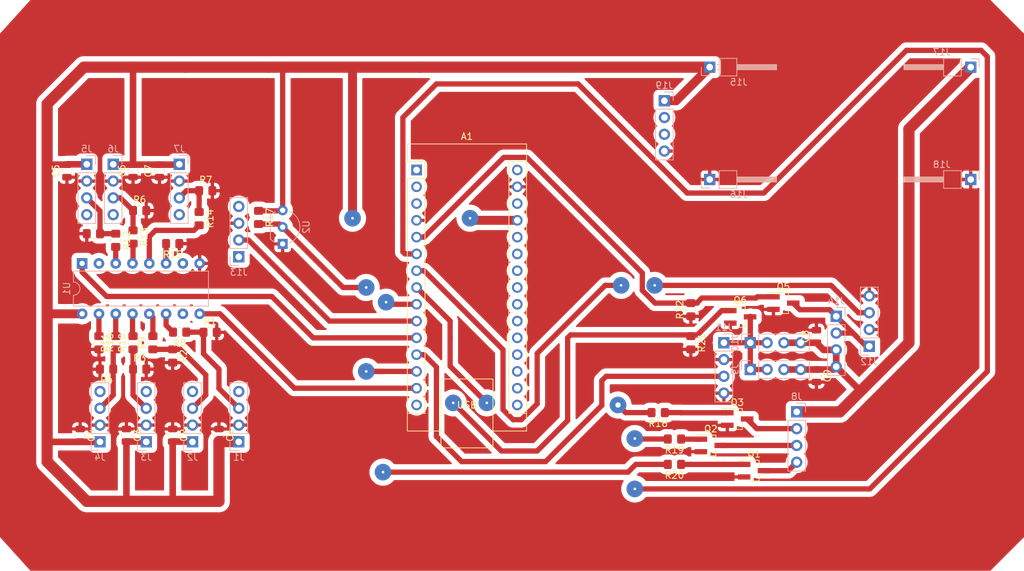
<source format=kicad_pcb>
(kicad_pcb (version 20221018) (generator pcbnew)
  (layers (0 "F.Cu" signal) (31 "B.Cu" signal) (34 "B.Paste" user) (35 "F.Paste" user) (36 "B.SilkS" user "B.Silkscreen") (37 "F.SilkS" user "F.Silkscreen") (38 "B.Mask" user) (39 "F.Mask" user) (44 "Edge.Cuts" user))
  (net 0 "")
  (net 1 "+5V")
  (net 2 "/Sens1")
  (net 3 "GND")
  (net 5 "/Sens2")
  (net 7 "/Sens3")
  (net 9 "/Sens4")
  (net 11 "/Sens5")
  (net 13 "/Sens6")
  (net 15 "/Sens7")
  (net 17 "+12V")
  (net 18 "/LED_G")
  (net 19 "/LED_R")
  (net 20 "/LED_B")
  (net 21 "M1")
  (net 22 "But_on")
  (net 23 "Solenoid_sliv")
  (net 24 "But_rev")
  (net 26 "Stop")
  (net 28 "Net-(Q1-G)")
  (net 29 "Net-(Q2-G)")
  (net 30 "Net-(Q3-G)")
  (net 31 "Net-(U1-D0)")
  (net 32 "Net-(U1-D1)")
  (net 33 "Net-(U1-D2)")
  (net 34 "Net-(U1-D3)")
  (net 35 "Net-(U1-D4)")
  (net 36 "Net-(U1-D5)")
  (net 37 "Net-(U1-D6)")
  (net 38 "Net-(U1-D7)")
  (net 39 "Net-(U1-~{CE})")
  (net 40 "DS18_PIN")
  (net 41 "LED_G_EN")
  (net 42 "LED_R_EN")
  (net 43 "LED_B_EN")
  (net 44 "Motor")
  (net 45 "Sliv")
  (net 46 "Latch")
  (net 47 "CLK")
  (net 49 "MISO")
  (net 51 "Net-(J19-Pin_2)")
  (net 52 "Net-(J19-Pin_3)")
  (net 56 "SCK")
  (footprint "Capacitor_SMD:C_0805_2012Metric" (layer "F.Cu") (at 51.53 78.56 -90)
    (fp_text reference "C2")
    (fp_text value "1мкФх25В")
  )
  (footprint "Resistor_SMD:R_0805_2012Metric_Pad1.20x1.40mm_HandSolder" (layer "F.Cu") (at 45.53 48.56 -90)
    (fp_text reference "R13")
    (fp_text value "1k")
  )
  (footprint "Resistor_SMD:R_0805_2012Metric_Pad1.20x1.40mm_HandSolder" (layer "F.Cu") (at 40.371608 64.56 -90)
    (fp_text reference "R16")
    (fp_text value "1k")
  )
  (footprint "Resistor_SMD:R_0805_2012Metric_Pad1.20x1.40mm_HandSolder" (layer "F.Cu") (at 124.99 75.130219 180)
    (fp_text reference "R18")
    (fp_text value "910")
  )
  (footprint "Package_TO_SOT_SMD:SOT-23_Handsoldering" (layer "F.Cu") (at 136.95 76.1)
    (fp_text reference "Q3")
    (fp_text value "IRLML2502")
  )
  (footprint "Capacitor_SMD:C_0805_2012Metric" (layer "F.Cu") (at 45.53 38.56 90)
    (fp_text reference "C6")
    (fp_text value "1мкФх25В")
  )
  (footprint "Resistor_SMD:R_0805_2012Metric_Pad1.20x1.40mm_HandSolder" (layer "F.Cu") (at 46.53 44.56)
    (fp_text reference "R6")
    (fp_text value "10k")
  )
  (footprint "Package_TO_SOT_SMD:SOT-23_Handsoldering" (layer "F.Cu") (at 137.397527 60.64536)
    (fp_text reference "Q6")
    (fp_text value "IRLML2502")
  )
  (footprint "Capacitor_SMD:C_0805_2012Metric" (layer "F.Cu") (at 49.53 38.56 90)
    (fp_text reference "C7")
    (fp_text value "1мкФх25В")
  )
  (footprint "Resistor_SMD:R_0805_2012Metric_Pad1.20x1.40mm_HandSolder" (layer "F.Cu") (at 52.579621 62.956971 180)
    (fp_text reference "R8")
    (fp_text value "1k")
  )
  (footprint "Module:Arduino_Nano" (layer "F.Cu") (at 88.43 38.42)
    (fp_text reference "A1")
    (fp_text value "Arduino_Nano_v3.x")
  )
  (footprint "Resistor_SMD:R_0805_2012Metric_Pad1.20x1.40mm_HandSolder" (layer "F.Cu") (at 45.53 64.56 90)
    (fp_text reference "R10")
    (fp_text value "1k")
  )
  (footprint "Resistor_SMD:R_0805_2012Metric_Pad1.20x1.40mm_HandSolder" (layer "F.Cu") (at 42.907631 49.06 -90)
    (fp_text reference "R12")
    (fp_text value "1k")
  )
  (footprint "Capacitor_SMD:C_0805_2012Metric" (layer "F.Cu") (at 148.93 63.61 90)
    (fp_text reference "C8")
    (fp_text value "1мкФх25В")
  )
  (footprint "Resistor_SMD:R_0805_2012Metric_Pad1.20x1.40mm_HandSolder" (layer "F.Cu") (at 127.45 79.130219 180)
    (fp_text reference "R19")
    (fp_text value "910")
  )
  (footprint "Resistor_SMD:R_0805_2012Metric_Pad1.20x1.40mm_HandSolder" (layer "F.Cu") (at 55.53 45.78 -90)
    (fp_text reference "R14")
    (fp_text value "1k")
  )
  (footprint "Resistor_SMD:R_0805_2012Metric_Pad1.20x1.40mm_HandSolder" (layer "F.Cu") (at 46.53 68.56)
    (fp_text reference "R3")
    (fp_text value "10k")
  )
  (footprint "Capacitor_SMD:C_0805_2012Metric" (layer "F.Cu") (at 58.53 78.56 -90)
    (fp_text reference "C1")
    (fp_text value "1мкФх25В")
  )
  (footprint "Resistor_SMD:R_0805_2012Metric_Pad1.20x1.40mm_HandSolder" (layer "F.Cu") (at 41.53 68.56 180)
    (fp_text reference "R4")
    (fp_text value "10k")
  )
  (footprint "Package_TO_SOT_SMD:SOT-23_Handsoldering" (layer "F.Cu") (at 132.95 80.1)
    (fp_text reference "Q2")
    (fp_text value "IRLML2502")
  )
  (footprint "Resistor_SMD:R_0805_2012Metric_Pad1.20x1.40mm_HandSolder" (layer "F.Cu") (at 42.926971 64.56 90)
    (fp_text reference "R11")
    (fp_text value "1k")
  )
  (footprint "Resistor_SMD:R_0805_2012Metric_Pad1.20x1.40mm_HandSolder" (layer "F.Cu") (at 39.53 48.06 180)
    (fp_text reference "R5" hide)
    (fp_text value "10k")
  )
  (footprint "Resistor_SMD:R_0805_2012Metric_Pad1.20x1.40mm_HandSolder" (layer "F.Cu") (at 48.53 64.56 90)
    (fp_text reference "R9")
    (fp_text value "1k")
  )
  (footprint "Resistor_SMD:R_0805_2012Metric_Pad1.20x1.40mm_HandSolder" (layer "F.Cu") (at 51.53 66.56 -90)
    (fp_text reference "R2")
    (fp_text value "10k")
  )
  (footprint "Capacitor_SMD:C_0805_2012Metric" (layer "F.Cu") (at 148.93 69.56 -90)
    (fp_text reference "C9")
    (fp_text value "1мкФх25В")
  )
  (footprint "Resistor_SMD:R_0805_2012Metric_Pad1.20x1.40mm_HandSolder" (layer "F.Cu") (at 129.93 59.56 90)
    (fp_text reference "R22")
    (fp_text value "910")
  )
  (footprint "Resistor_SMD:R_0805_2012Metric_Pad1.20x1.40mm_HandSolder" (layer "F.Cu") (at 57.19442 62.981782)
    (fp_text reference "R1")
    (fp_text value "10k")
  )
  (footprint "Resistor_SMD:R_0805_2012Metric_Pad1.20x1.40mm_HandSolder" (layer "F.Cu") (at 127.45 82.965641 180)
    (fp_text reference "R20")
    (fp_text value "910")
  )
  (footprint "Resistor_SMD:R_0805_2012Metric_Pad1.20x1.40mm_HandSolder" (layer "F.Cu") (at 51.53 49.56 180)
    (fp_text reference "R15")
    (fp_text value "10k")
  )
  (footprint "Package_TO_SOT_SMD:SOT-23_Handsoldering" (layer "F.Cu") (at 139.500015 83.915575)
    (fp_text reference "Q1")
    (fp_text value "IRLML2502")
  )
  (footprint "Resistor_SMD:R_0805_2012Metric_Pad1.20x1.40mm_HandSolder" (layer "F.Cu") (at 129.93 64.56 -90)
    (fp_text reference "R21")
    (fp_text value "910")
  )
  (footprint "Resistor_SMD:R_0805_2012Metric_Pad1.20x1.40mm_HandSolder" (layer "F.Cu") (at 64.53 45.6 -90)
    (fp_text reference "R17")
    (fp_text value "4.7k")
  )
  (footprint "Capacitor_SMD:C_0805_2012Metric" (layer "F.Cu") (at 35.53 38.56 90)
    (fp_text reference "C5")
    (fp_text value "1мкФх25В")
  )
  (footprint "Resistor_SMD:R_0805_2012Metric_Pad1.20x1.40mm_HandSolder" (layer "F.Cu") (at 56.53 41.56)
    (fp_text reference "R7")
    (fp_text value "10k")
  )
  (footprint "Capacitor_SMD:C_0805_2012Metric" (layer "F.Cu") (at 44.53 78.56 -90)
    (fp_text reference "C3")
    (fp_text value "1мкФх25В")
  )
  (footprint "Package_TO_SOT_SMD:SOT-23_Handsoldering" (layer "F.Cu") (at 143.93 58.56)
    (fp_text reference "Q5")
    (fp_text value "IRLML2502")
  )
  (footprint "Capacitor_SMD:C_0805_2012Metric" (layer "F.Cu") (at 37.53 78.56 -90)
    (fp_text reference "C4")
    (fp_text value "1мкФх25В")
  )
  (footprint "Connector_PinHeader_2.54mm:PinHeader_1x01_P2.54mm_Horizontal" (layer "B.Cu") (at 172.285 39.86 180)
    (fp_text reference "J18")
    (fp_text value "Gnd")
  )
  (footprint "Connector_PinHeader_2.54mm:PinHeader_1x04_P2.54mm_Vertical" (layer "B.Cu") (at 42.53 37.56 180)
    (fp_text reference "J6")
    (fp_text value "Sensor6")
  )
  (footprint "Connector_PinHeader_2.54mm:PinHeader_1x04_P2.54mm_Vertical" (layer "B.Cu") (at 47.53 79.56)
    (fp_text reference "J3")
    (fp_text value "Sensor3")
  )
  (footprint "Connector_PinHeader_2.54mm:PinHeader_1x01_P2.54mm_Horizontal" (layer "B.Cu") (at 172.285 22.86 180)
    (fp_text reference "J17")
    (fp_text value "Conn_in")
  )
  (footprint "Connector_PinHeader_2.54mm:PinHeader_1x04_P2.54mm_Vertical" (layer "B.Cu") (at 151.93 60.56 180)
    (fp_text reference "J14")
    (fp_text value "Conn_3")
  )
  (footprint "Connector_PinHeader_2.54mm:PinHeader_1x04_P2.54mm_Vertical" (layer "B.Cu") (at 40.53 79.56)
    (fp_text reference "J4")
    (fp_text value "Sensor4")
  )
  (footprint "Connector_PinHeader_2.54mm:PinHeader_1x04_P2.54mm_Vertical" (layer "B.Cu") (at 38.53 37.56 180)
    (fp_text reference "J5")
    (fp_text value "Sensor5")
  )
  (footprint "Connector_PinHeader_2.54mm:PinHeader_1x04_P2.54mm_Vertical" (layer "B.Cu") (at 61.53 79.56)
    (fp_text reference "J1")
    (fp_text value "Sensor1")
  )
  (footprint "Connector_PinHeader_2.54mm:PinHeader_1x04_P2.54mm_Vertical" (layer "B.Cu") (at 54.53 79.56)
    (fp_text reference "J2")
    (fp_text value "Sensor2")
  )
  (footprint "Package_DIP:DIP-16_W7.62mm" (layer "B.Cu") (at 37.83 52.56 -90)
    (fp_text reference "U1")
    (fp_text value "74HC165")
  )
  (footprint "Connector_PinHeader_2.54mm:PinHeader_1x04_P2.54mm_Vertical" (layer "B.Cu") (at 61.53 51.56)
    (fp_text reference "J13")
    (fp_text value "Button3")
  )
  (footprint "Connector_PinHeader_2.54mm:PinHeader_1x04_P2.54mm_Vertical" (layer "B.Cu") (at 138.93 68.61 -90)
    (fp_text reference "J9")
    (fp_text value "Conn_1")
  )
  (footprint "Connector_PinHeader_2.54mm:PinHeader_1x04_P2.54mm_Vertical" (layer "B.Cu") (at 145.95 75.02 180)
    (fp_text reference "J8")
    (fp_text value "LED_Connector")
  )
  (footprint "Connector_PinHeader_2.54mm:PinHeader_1x04_P2.54mm_Vertical" (layer "B.Cu") (at 52.53 37.56 180)
    (fp_text reference "J7")
    (fp_text value "Sensor7")
  )
  (footprint "Package_TO_SOT_THT:TO-92_Inline_Wide" (layer "B.Cu") (at 68.17 49.6 90)
    (fp_text reference "U2")
    (fp_text value "DS18B20")
  )
  (footprint "Connector_PinHeader_2.54mm:PinHeader_1x04_P2.54mm_Vertical" (layer "B.Cu") (at 134.93 64.56 180)
    (fp_text reference "J11")
    (fp_text value "Button_1")
  )
  (footprint "Connector_PinHeader_2.54mm:PinHeader_1x04_P2.54mm_Vertical" (layer "B.Cu") (at 138.93 64.56 -90)
    (fp_text reference "J10")
    (fp_text value "Conn_2")
  )
  (footprint "Connector_PinHeader_2.54mm:PinHeader_1x01_P2.54mm_Horizontal" (layer "B.Cu") (at 132.785 22.86)
    (fp_text reference "J15")
    (fp_text value "Conn_out")
  )
  (footprint "Connector_PinHeader_2.54mm:PinHeader_1x01_P2.54mm_Horizontal" (layer "B.Cu") (at 132.785 39.86)
    (fp_text reference "J16")
    (fp_text value "Gnd")
  )
  (footprint "Connector_PinHeader_2.54mm:PinHeader_1x04_P2.54mm_Vertical" (layer "B.Cu") (at 125.93 27.94 180)
    (fp_text reference "J19")
    (fp_text value "USART")
  )
  (footprint "Connector_PinHeader_2.54mm:PinHeader_1x04_P2.54mm_Vertical" (layer "B.Cu") (at 156.93 65.1)
    (fp_text reference "J12")
    (fp_text value "Button_2")
  )
  (segment (start 38.53 37.56) (end 35.58 37.56) (width 1) (layer "F.Cu") (net 1))
  (segment (start 40.53 79.56) (end 32.53 79.56) (width 1) (layer "F.Cu") (net 1))
  (segment (start 132.785 22.86) (end 88.9 22.86) (width 1.7) (layer "F.Cu") (net 1))
  (segment (start 47.53 88.56) (end 51.53 88.56) (width 1.7) (layer "F.Cu") (net 1))
  (segment (start 32.53 79.56) (end 32.53 82.56) (width 1.7) (layer "F.Cu") (net 1))
  (segment (start 96.84 46.04) (end 96.52 45.72) (width 1.35) (layer "F.Cu") (net 1))
  (segment (start 32.53 60.56) (end 32.53 79.56) (width 1.7) (layer "F.Cu") (net 1))
  (segment (start 58.53 88.56) (end 58.53 79.51) (width 1.7) (layer "F.Cu") (net 1))
  (segment (start 88.9 22.86) (end 68.58 22.86) (width 1.7) (layer "F.Cu") (net 1))
  (segment (start 44.53 88.56) (end 47.53 88.56) (width 1.7) (layer "F.Cu") (net 1))
  (segment (start 32.53 28.43) (end 38.1 22.86) (width 1.7) (layer "F.Cu") (net 1))
  (segment (start 58.53 79.51) (end 61.48 79.51) (width 1.7) (layer "F.Cu") (net 1))
  (segment (start 45.72 22.86) (end 53.34 22.86) (width 1.7) (layer "F.Cu") (net 1))
  (segment (start 37.83 60.18) (end 32.91 60.18) (width 1.35) (layer "F.Cu") (net 1))
  (segment (start 73.25 22.86) (end 78.74 22.86) (width 0.8) (layer "F.Cu") (net 1))
  (segment (start 68.17 44.52) (end 68.17 23.27) (width 0.8) (layer "F.Cu") (net 1))
  (segment (start 68.09 44.6) (end 68.17 44.52) (width 0.8) (layer "F.Cu") (net 1))
  (segment (start 68.58 22.86) (end 66.04 22.86) (width 1.7) (layer "F.Cu") (net 1))
  (segment (start 51.53 79.51) (end 54.48 79.51) (width 1) (layer "F.Cu") (net 1))
  (segment (start 45.53 37.61) (end 42.58 37.61) (width 1) (layer "F.Cu") (net 1))
  (segment (start 38.53 88.56) (end 44.53 88.56) (width 1.7) (layer "F.Cu") (net 1))
  (segment (start 45.53 23.05) (end 45.72 22.86) (width 1) (layer "F.Cu") (net 1))
  (segment (start 127.705 27.94) (end 132.785 22.86) (width 1.35) (layer "F.Cu") (net 1))
  (segment (start 44.53 88.56) (end 44.53 79.51) (width 1) (layer "F.Cu") (net 1))
  (segment (start 49.53 37.61) (end 52.48 37.61) (width 1) (layer "F.Cu") (net 1))
  (segment (start 103.67 46.04) (end 96.84 46.04) (width 1.35) (layer "F.Cu") (net 1))
  (segment (start 32.53 37.56) (end 32.53 28.43) (width 1.7) (layer "F.Cu") (net 1))
  (segment (start 49.53 37.61) (end 45.53 37.61) (width 1) (layer "F.Cu") (net 1))
  (segment (start 58.53 88.56) (end 51.53 88.56) (width 1.7) (layer "F.Cu") (net 1))
  (segment (start 32.53 37.56) (end 32.58 37.61) (width 1) (layer "F.Cu") (net 1))
  (segment (start 32.53 37.56) (end 32.53 60.56) (width 1.7) (layer "F.Cu") (net 1))
  (segment (start 78.74 22.86) (end 78.74 45.72) (width 1.35) (layer "F.Cu") (net 1))
  (segment (start 66.04 22.86) (end 53.34 22.86) (width 1.7) (layer "F.Cu") (net 1))
  (segment (start 125.93 27.94) (end 127.705 27.94) (width 1.35) (layer "F.Cu") (net 1))
  (segment (start 35.09 85.12) (end 32.53 82.56) (width 1.35) (layer "F.Cu") (net 1))
  (segment (start 32.58 37.61) (end 35.53 37.61) (width 1) (layer "F.Cu") (net 1))
  (segment (start 68.17 23.27) (end 68.58 22.86) (width 0.8) (layer "F.Cu") (net 1))
  (segment (start 51.53 88.56) (end 51.53 79.51) (width 1) (layer "F.Cu") (net 1))
  (segment (start 64.53 44.6) (end 68.09 44.6) (width 0.8) (layer "F.Cu") (net 1))
  (segment (start 44.53 79.51) (end 47.48 79.51) (width 1) (layer "F.Cu") (net 1))
  (segment (start 32.53 82.56) (end 38.53 88.56) (width 1.7) (layer "F.Cu") (net 1))
  (segment (start 38.1 22.86) (end 45.72 22.86) (width 1.7) (layer "F.Cu") (net 1))
  (segment (start 45.53 37.61) (end 45.53 23.05) (width 1) (layer "F.Cu") (net 1))
  (segment (start 78.74 22.86) (end 88.9 22.86) (width 0.8) (layer "F.Cu") (net 1))
  (segment (start 32.91 60.18) (end 32.53 60.56) (width 1.35) (layer "F.Cu") (net 1))
  (via (at 96.52 45.72) (size 2.5) (drill 0.4) (layers "F.Cu" "B.Cu") (net 1))
  (via (at 78.74 45.72) (size 2.5) (drill 0.4) (layers "F.Cu" "B.Cu") (net 1))
  (segment (start 56.169609 62.956971) (end 56.19442 62.981782) (width 0.6) (layer "F.Cu") (net 2))
  (segment (start 53.579621 62.956971) (end 56.169609 62.956971) (width 0.8) (layer "F.Cu") (net 2))
  (segment (start 56.19442 66.22442) (end 58.53 68.56) (width 0.8) (layer "F.Cu") (net 2))
  (segment (start 58.53 71.48) (end 61.53 74.48) (width 0.8) (layer "F.Cu") (net 2))
  (segment (start 58.53 68.56) (end 58.53 71.48) (width 0.8) (layer "F.Cu") (net 2))
  (segment (start 56.19442 62.981782) (end 56.19442 66.22442) (width 0.8) (layer "F.Cu") (net 2))
  (segment (start 40.371608 68.401608) (end 40.53 68.56) (width 0.6) (layer "F.Cu") (net 3))
  (segment (start 55.61 52.56) (end 55.53 52.56) (width 0.6) (layer "F.Cu") (net 3))
  (segment (start 57.53 41.56) (end 57.53 41.275076) (width 0.6) (layer "F.Cu") (net 3))
  (segment (start 56.53 69.417538) (end 56.53 72.48) (width 0.8) (layer "F.Cu") (net 5))
  (segment (start 56.53 72.48) (end 54.53 74.48) (width 0.8) (layer "F.Cu") (net 5))
  (segment (start 48.53 65.56) (end 51.53 65.56) (width 0.8) (layer "F.Cu") (net 5))
  (segment (start 52.672462 65.56) (end 56.53 69.417538) (width 0.8) (layer "F.Cu") (net 5))
  (segment (start 51.53 65.56) (end 52.672462 65.56) (width 0.8) (layer "F.Cu") (net 5))
  (segment (start 45.53 68.56) (end 45.53 65.56) (width 0.8) (layer "F.Cu") (net 7))
  (segment (start 45.53 65.34) (end 45.53 65.56) (width 0.6) (layer "F.Cu") (net 7))
  (segment (start 45.53 68.56) (end 45.53 72.48) (width 0.8) (layer "F.Cu") (net 7))
  (segment (start 45.53 72.48) (end 47.53 74.48) (width 0.8) (layer "F.Cu") (net 7))
  (segment (start 45.53 65.56) (end 45.45 65.48) (width 0.6) (layer "F.Cu") (net 7))
  (segment (start 42.53 72.48) (end 40.53 74.48) (width 0.8) (layer "F.Cu") (net 9))
  (segment (start 42.53 65.956971) (end 42.926971 65.56) (width 0.6) (layer "F.Cu") (net 9))
  (segment (start 42.53 68.56) (end 42.53 72.48) (width 0.8) (layer "F.Cu") (net 9))
  (segment (start 42.53 68.56) (end 42.53 65.956971) (width 0.8) (layer "F.Cu") (net 9))
  (segment (start 40.53 48.06) (end 40.53 44.64) (width 0.8) (layer "F.Cu") (net 11))
  (segment (start 40.53 44.64) (end 38.53 42.64) (width 0.8) (layer "F.Cu") (net 11))
  (segment (start 42.907631 48.06) (end 40.53 48.06) (width 0.8) (layer "F.Cu") (net 11))
  (segment (start 43.61 42.64) (end 42.53 42.64) (width 0.8) (layer "F.Cu") (net 13))
  (segment (start 45.53 44.56) (end 43.61 42.64) (width 0.8) (layer "F.Cu") (net 13))
  (segment (start 45.53 47.56) (end 45.53 44.56) (width 0.8) (layer "F.Cu") (net 13))
  (segment (start 55.53 41.56) (end 53.61 41.56) (width 0.8) (layer "F.Cu") (net 15))
  (segment (start 53.61 41.56) (end 52.53 42.64) (width 0.8) (layer "F.Cu") (net 15))
  (segment (start 55.53 41.78) (end 55.53 44.78) (width 0.8) (layer "F.Cu") (net 15))
  (segment (start 151.93 68.18) (end 151.93 65.64) (width 1) (layer "F.Cu") (net 17))
  (segment (start 162.93 64.56) (end 162.93 32.215) (width 1.7) (layer "F.Cu") (net 17))
  (segment (start 151.5 68.61) (end 151.93 68.18) (width 1) (layer "F.Cu") (net 17))
  (segment (start 148.93 68.61) (end 151.5 68.61) (width 1) (layer "F.Cu") (net 17))
  (segment (start 147.53 64.56) (end 148.93 64.56) (width 1) (layer "F.Cu") (net 17))
  (segment (start 148.93 64.56) (end 150.01 65.64) (width 1) (layer "F.Cu") (net 17))
  (segment (start 148.93 68.61) (end 144.01 68.61) (width 1) (layer "F.Cu") (net 17))
  (segment (start 150.01 65.64) (end 151.93 65.64) (width 1) (layer "F.Cu") (net 17))
  (segment (start 162.93 32.215) (end 172.285 22.86) (width 1.7) (layer "F.Cu") (net 17))
  (segment (start 155.93 71.56) (end 152.47 75.02) (width 1.7) (layer "F.Cu") (net 17))
  (segment (start 151.93 68.18) (end 155.31 71.56) (width 1) (layer "F.Cu") (net 17))
  (segment (start 152.47 75.02) (end 145.95 75.02) (width 1.7) (layer "F.Cu") (net 17))
  (segment (start 162.93 64.56) (end 155.93 71.56) (width 1.7) (layer "F.Cu") (net 17))
  (segment (start 144.01 64.56) (end 147.48 64.56) (width 1) (layer "F.Cu") (net 17))
  (segment (start 155.31 71.56) (end 155.93 71.56) (width 1) (layer "F.Cu") (net 17))
  (segment (start 145.95 77.56) (end 139.91 77.56) (width 0.8) (layer "F.Cu") (net 18))
  (segment (start 139.91 77.56) (end 138.45 76.1) (width 0.8) (layer "F.Cu") (net 18))
  (segment (start 145.95 80.1) (end 134.45 80.1) (width 0.8) (layer "F.Cu") (net 19))
  (segment (start 141.000015 83.915575) (end 144.674425 83.915575) (width 0.8) (layer "F.Cu") (net 20))
  (segment (start 145.95 82.630219) (end 145.95 82.64) (width 0.4) (layer "F.Cu") (net 20))
  (segment (start 144.674425 83.915575) (end 145.95 82.64) (width 0.8) (layer "F.Cu") (net 20))
  (segment (start 138.93 64.56) (end 134.43 64.56) (width 0.8) (layer "F.Cu") (net 21))
  (segment (start 140.93 64.56) (end 138.93 64.56) (width 0.8) (layer "F.Cu") (net 21))
  (segment (start 138.93 68.61) (end 140.93 68.61) (width 0.8) (layer "F.Cu") (net 21))
  (segment (start 138.93 64.56) (end 138.93 68.61) (width 0.8) (layer "F.Cu") (net 21))
  (segment (start 138.93 60.56) (end 138.93 64.56) (width 0.8) (layer "F.Cu") (net 21))
  (segment (start 107.96 82.54) (end 95.24 82.54) (width 0.8) (layer "F.Cu") (net 22))
  (segment (start 116.46 70.300509) (end 117.120509 69.64) (width 0.8) (layer "F.Cu") (net 22))
  (segment (start 116.46 74.04) (end 116.46 70.300509) (width 0.8) (layer "F.Cu") (net 22))
  (segment (start 107.96 82.54) (end 116.46 74.04) (width 0.8) (layer "F.Cu") (net 22))
  (segment (start 91.44 68.23863) (end 89.56137 66.36) (width 0.8) (layer "F.Cu") (net 22))
  (segment (start 134.93 69.64) (end 117.120509 69.64) (width 0.8) (layer "F.Cu") (net 22))
  (segment (start 95.24 82.54) (end 91.44 78.74) (width 0.8) (layer "F.Cu") (net 22))
  (segment (start 91.44 78.74) (end 91.44 68.23863) (width 0.8) (layer "F.Cu") (net 22))
  (segment (start 89.56137 66.36) (end 88.43 66.36) (width 0.8) (layer "F.Cu") (net 22))
  (segment (start 134.62 69.95) (end 134.93 69.64) (width 0.6) (layer "F.Cu") (net 22))
  (segment (start 151.93 63.1) (end 154.47 63.1) (width 0.8) (layer "F.Cu") (net 23))
  (segment (start 154.47 63.1) (end 154.93 63.56) (width 0.8) (layer "F.Cu") (net 23))
  (segment (start 151.93 60.56) (end 154.93 63.56) (width 0.8) (layer "F.Cu") (net 23))
  (segment (start 145.43 58.56) (end 146.43 59.56) (width 0.8) (layer "F.Cu") (net 23))
  (segment (start 154.93 63.56) (end 156.47 65.1) (width 0.8) (layer "F.Cu") (net 23))
  (segment (start 156.47 65.1) (end 156.93 65.1) (width 0.8) (layer "F.Cu") (net 23))
  (segment (start 146.43 59.56) (end 150.93 59.56) (width 0.8) (layer "F.Cu") (net 23))
  (segment (start 150.93 59.56) (end 151.93 60.56) (width 0.8) (layer "F.Cu") (net 23))
  (segment (start 103.035176 76.2) (end 101.51 74.674824) (width 0.8) (layer "F.Cu") (net 24))
  (segment (start 104.278428 76.2) (end 103.035176 76.2) (width 0.8) (layer "F.Cu") (net 24))
  (segment (start 156.93 60.02) (end 155.29 60.02) (width 0.8) (layer "F.Cu") (net 24))
  (segment (start 119.38 55.88) (end 116.967258 55.88) (width 0.8) (layer "F.Cu") (net 24))
  (segment (start 89.56137 53.66) (end 88.43 53.66) (width 0.8) (layer "F.Cu") (net 24))
  (segment (start 151.38 56.11) (end 151.15 55.88) (width 0.8) (layer "F.Cu") (net 24))
  (segment (start 155.29 60.02) (end 151.38 56.11) (width 0.8) (layer "F.Cu") (net 24))
  (segment (start 106.68 66.167258) (end 106.68 73.798428) (width 0.8) (layer "F.Cu") (net 24))
  (segment (start 106.68 73.798428) (end 104.278428 76.2) (width 0.8) (layer "F.Cu") (net 24))
  (segment (start 151.15 55.88) (end 124.46 55.88) (width 0.8) (layer "F.Cu") (net 24))
  (segment (start 101.51 74.674824) (end 101.51 65.60863) (width 0.8) (layer "F.Cu") (net 24))
  (segment (start 116.967258 55.88) (end 106.68 66.167258) (width 0.8) (layer "F.Cu") (net 24))
  (segment (start 101.51 65.60863) (end 89.56137 53.66) (width 0.8) (layer "F.Cu") (net 24))
  (via (at 119.38 55.88) (size 2.5) (drill 0.4) (layers "F.Cu" "B.Cu") (net 24))
  (via (at 124.46 55.88) (size 2.5) (drill 0.4) (layers "F.Cu" "B.Cu") (net 24))
  (segment (start 88.43 61.28) (end 75.25 61.28) (width 0.8) (layer "F.Cu") (net 26))
  (segment (start 62.99 49.02) (end 65.33 51.36) (width 0.8) (layer "F.Cu") (net 26))
  (segment (start 61.53 49.02) (end 62.99 49.02) (width 0.8) (layer "F.Cu") (net 26))
  (segment (start 75.25 61.28) (end 65.33 51.36) (width 0.8) (layer "F.Cu") (net 26))
  (segment (start 65.33 51.36) (end 66.53 52.56) (width 0.6) (layer "F.Cu") (net 26))
  (segment (start 134.95 82.965641) (end 135.289779 82.965641) (width 0.6) (layer "F.Cu") (net 28))
  (segment (start 134.950066 82.965575) (end 138.000015 82.965575) (width 0.8) (layer "F.Cu") (net 28))
  (segment (start 134.95 82.965641) (end 134.950066 82.965575) (width 0.6) (layer "F.Cu") (net 28))
  (segment (start 128.380622 82.965641) (end 134.95 82.965641) (width 0.8) (layer "F.Cu") (net 28))
  (segment (start 131.45 79.15) (end 128.469781 79.15) (width 0.8) (layer "F.Cu") (net 29))
  (segment (start 128.469781 79.15) (end 128.45 79.130219) (width 0.6) (layer "F.Cu") (net 29))
  (segment (start 128.45 75.130219) (end 128.469781 75.15) (width 0.8) (layer "F.Cu") (net 30))
  (segment (start 125.99 75.130219) (end 128.45 75.130219) (width 0.8) (layer "F.Cu") (net 30))
  (segment (start 135.45 75.15) (end 128.469781 75.15) (width 0.8) (layer "F.Cu") (net 30))
  (segment (start 126.45 75.130219) (end 126.45 75.08) (width 0.6) (layer "F.Cu") (net 30))
  (segment (start 50.53 60.18) (end 50.53 61.90735) (width 0.8) (layer "F.Cu") (net 31))
  (segment (start 50.53 61.90735) (end 51.579621 62.956971) (width 0.8) (layer "F.Cu") (net 31))
  (segment (start 48.53 60.72) (end 47.99 60.18) (width 0.8) (layer "F.Cu") (net 32))
  (segment (start 48.53 63.56) (end 48.53 60.72) (width 0.8) (layer "F.Cu") (net 32))
  (segment (start 45.45 60.18) (end 45.45 63.48) (width 0.8) (layer "F.Cu") (net 33))
  (segment (start 45.45 63.48) (end 45.53 63.56) (width 0.6) (layer "F.Cu") (net 33))
  (segment (start 42.91 60.18) (end 42.91 63.543029) (width 0.8) (layer "F.Cu") (net 34))
  (segment (start 42.91 63.543029) (end 42.926971 63.56) (width 0.6) (layer "F.Cu") (net 34))
  (segment (start 42.91 52.56) (end 42.91 50.262369) (width 0.8) (layer "F.Cu") (net 35))
  (segment (start 42.91 50.262369) (end 42.907631 50.26) (width 0.8) (layer "F.Cu") (net 35))
  (segment (start 45.53 52.48) (end 45.45 52.56) (width 0.6) (layer "F.Cu") (net 36))
  (segment (start 45.53 49.56) (end 45.53 52.48) (width 0.8) (layer "F.Cu") (net 36))
  (segment (start 45.45 49.64) (end 45.53 49.56) (width 0.6) (layer "F.Cu") (net 36))
  (segment (start 54.75 47.56) (end 48.93 47.56) (width 0.8) (layer "F.Cu") (net 37))
  (segment (start 47.99 48.5) (end 47.99 52.56) (width 0.8) (layer "F.Cu") (net 37))
  (segment (start 48.93 47.56) (end 47.99 48.5) (width 0.8) (layer "F.Cu") (net 37))
  (segment (start 55.53 46.78) (end 54.75 47.56) (width 0.8) (layer "F.Cu") (net 37))
  (segment (start 50.53 52.56) (end 50.53 49.56) (width 0.8) (layer "F.Cu") (net 38))
  (segment (start 40.37 60.18) (end 40.37 63.558392) (width 0.8) (layer "F.Cu") (net 39))
  (segment (start 40.37 63.558392) (end 40.371608 63.56) (width 0.6) (layer "F.Cu") (net 39))
  (segment (start 40.371608 60.181608) (end 40.37 60.18) (width 0.6) (layer "F.Cu") (net 39))
  (segment (start 80.81 68.9) (end 83.35 68.9) (width 0.8) (layer "F.Cu") (net 40))
  (segment (start 68.2 47.09) (end 68.17 47.06) (width 0.6) (layer "F.Cu") (net 40))
  (segment (start 77.31 56.2) (end 80.81 56.2) (width 0.8) (layer "F.Cu") (net 40))
  (segment (start 67.71 46.6) (end 68.17 47.06) (width 0.8) (layer "F.Cu") (net 40))
  (segment (start 64.53 46.6) (end 67.71 46.6) (width 0.8) (layer "F.Cu") (net 40))
  (segment (start 88.43 68.9) (end 80.81 68.9) (width 0.8) (layer "F.Cu") (net 40))
  (segment (start 68.17 47.06) (end 77.31 56.2) (width 0.8) (layer "F.Cu") (net 40))
  (via (at 80.81 56.2) (size 2.5) (drill 0.4) (layers "F.Cu" "B.Cu") (net 40))
  (via (at 80.81 68.9) (size 2.5) (drill 0.4) (layers "F.Cu" "B.Cu") (net 40))
  (segment (start 123.99 75.130219) (end 120.060219 75.130219) (width 0.8) (layer "F.Cu") (net 41))
  (segment (start 88.43 56.2) (end 93.51 61.28) (width 0.8) (layer "F.Cu") (net 41))
  (segment (start 93.51 68.11) (end 99.06 73.66) (width 0.8) (layer "F.Cu") (net 41))
  (segment (start 93.51 63.82) (end 93.51 68.11) (width 0.8) (layer "F.Cu") (net 41))
  (segment (start 120.060219 75.130219) (end 118.91 73.98) (width 0.8) (layer "F.Cu") (net 41))
  (segment (start 93.51 61.28) (end 93.51 63.82) (width 0.8) (layer "F.Cu") (net 41))
  (via (at 99.06 73.66) (size 2.5) (drill 0.4) (layers "F.Cu" "B.Cu") (net 41))
  (via (at 118.91 73.98) (size 2.5) (drill 0.8) (layers "F.Cu" "B.Cu") (net 41))
  (segment (start 173.845 20.32) (end 174.79 21.265) (width 0.8) (layer "F.Cu") (net 42))
  (segment (start 140.97 41.91) (end 162.56 20.32) (width 0.8) (layer "F.Cu") (net 42))
  (segment (start 121.520219 79.130219) (end 126.45 79.130219) (width 0.8) (layer "F.Cu") (net 42))
  (segment (start 162.56 20.32) (end 173.845 20.32) (width 0.8) (layer "F.Cu") (net 42))
  (segment (start 86.36 50.8) (end 86.36 30.48) (width 0.8) (layer "F.Cu") (net 42))
  (segment (start 88.43 51.12) (end 86.68 51.12) (width 0.8) (layer "F.Cu") (net 42))
  (segment (start 86.68 51.12) (end 86.36 50.8) (width 0.8) (layer "F.Cu") (net 42))
  (segment (start 174.79 21.265) (end 174.79 68.9) (width 0.8) (layer "F.Cu") (net 42))
  (segment (start 174.79 68.9) (end 157.01 86.68) (width 0.8) (layer "F.Cu") (net 42))
  (segment (start 112.870862 25.4) (end 129.380862 41.91) (width 0.8) (layer "F.Cu") (net 42))
  (segment (start 91.44 25.4) (end 112.870862 25.4) (width 0.8) (layer "F.Cu") (net 42))
  (segment (start 129.380862 41.91) (end 140.97 41.91) (width 0.8) (layer "F.Cu") (net 42))
  (segment (start 86.36 30.48) (end 91.44 25.4) (width 0.8) (layer "F.Cu") (net 42))
  (segment (start 157.01 86.68) (end 121.45 86.68) (width 0.8) (layer "F.Cu") (net 42))
  (segment (start 121.45 79.06) (end 121.520219 79.130219) (width 0.4) (layer "F.Cu") (net 42))
  (via (at 121.45 79.06) (size 2.5) (drill 0.4) (layers "F.Cu" "B.Cu") (net 42))
  (via (at 121.45 86.68) (size 2.5) (drill 0.4) (layers "F.Cu" "B.Cu") (net 42))
  (segment (start 120.433616 84.14) (end 83.35 84.14) (width 0.8) (layer "F.Cu") (net 43))
  (segment (start 121.607975 82.965641) (end 120.433616 84.14) (width 0.8) (layer "F.Cu") (net 43))
  (segment (start 126.45 82.965641) (end 121.607975 82.965641) (width 0.8) (layer "F.Cu") (net 43))
  (segment (start 88.43 58.74) (end 84.14 58.74) (width 0.8) (layer "F.Cu") (net 43))
  (segment (start 88.43 58.74) (end 87.85873 58.74) (width 0.4) (layer "F.Cu") (net 43))
  (segment (start 84.14 58.74) (end 83.82 58.42) (width 0.8) (layer "F.Cu") (net 43))
  (via (at 83.35 84.14) (size 2.5) (drill 0.4) (layers "F.Cu" "B.Cu") (net 43))
  (via (at 83.82 58.42) (size 2.5) (drill 0.4) (layers "F.Cu" "B.Cu") (net 43))
  (segment (start 101.26 80.94) (end 93.98 73.66) (width 0.8) (layer "F.Cu") (net 44))
  (segment (start 134.608718 59.69536) (end 130.929167 63.374911) (width 0.8) (layer "F.Cu") (net 44))
  (segment (start 111.735089 63.374911) (end 111.29 63.82) (width 0.8) (layer "F.Cu") (net 44))
  (segment (start 130.929167 63.374911) (end 111.735089 63.374911) (width 0.8) (layer "F.Cu") (net 44))
  (segment (start 135.897527 59.69536) (end 134.608718 59.69536) (width 0.8) (layer "F.Cu") (net 44))
  (segment (start 111.29 76.33) (end 106.68 80.94) (width 0.8) (layer "F.Cu") (net 44))
  (segment (start 106.68 80.94) (end 101.26 80.94) (width 0.8) (layer "F.Cu") (net 44))
  (segment (start 111.29 63.82) (end 111.29 76.33) (width 0.8) (layer "F.Cu") (net 44))
  (via (at 93.98 73.66) (size 2.5) (drill 0.4) (layers "F.Cu" "B.Cu") (net 44))
  (segment (start 122.588428 56.63132) (end 122.588428 54.008428) (width 0.8) (layer "F.Cu") (net 45))
  (segment (start 142.43 57.61) (end 139.98 57.61) (width 0.8) (layer "F.Cu") (net 45))
  (segment (start 124.517108 58.56) (end 122.588428 56.63132) (width 0.8) (layer "F.Cu") (net 45))
  (segment (start 122.588428 54.008428) (end 105.1 36.52) (width 0.8) (layer "F.Cu") (net 45))
  (segment (start 129.93 58.56) (end 130.93 58.56) (width 0.8) (layer "F.Cu") (net 45))
  (segment (start 142.43 57.61) (end 142.38 57.56) (width 0.6) (layer "F.Cu") (net 45))
  (segment (start 139.98 57.61) (end 139.79464 57.79536) (width 0.8) (layer "F.Cu") (net 45))
  (segment (start 105.1 36.52) (end 101.62137 36.52) (width 0.8) (layer "F.Cu") (net 45))
  (segment (start 89.56137 48.58) (end 88.43 48.58) (width 0.8) (layer "F.Cu") (net 45))
  (segment (start 131.59464 57.79536) (end 130.93 58.46) (width 0.8) (layer "F.Cu") (net 45))
  (segment (start 139.79464 57.79536) (end 131.59464 57.79536) (width 0.8) (layer "F.Cu") (net 45))
  (segment (start 101.62137 36.52) (end 89.56137 48.58) (width 0.8) (layer "F.Cu") (net 45))
  (segment (start 129.93 58.56) (end 124.517108 58.56) (width 0.8) (layer "F.Cu") (net 45))
  (segment (start 41.53 57.56) (end 37.83 53.86) (width 0.8) (layer "F.Cu") (net 46))
  (segment (start 66.53 57.56) (end 41.53 57.56) (width 0.8) (layer "F.Cu") (net 46))
  (segment (start 72.79 63.82) (end 88.43 63.82) (width 0.8) (layer "F.Cu") (net 46))
  (segment (start 66.53 57.56) (end 72.79 63.82) (width 0.8) (layer "F.Cu") (net 46))
  (segment (start 37.83 53.86) (end 37.83 52.56) (width 0.8) (layer "F.Cu") (net 46))
  (segment (start 40.37 52.56) (end 40.37 52.98) (width 0.6) (layer "F.Cu") (net 47))
  (segment (start 58.67444 60.18) (end 55.61 60.18) (width 0.8) (layer "F.Cu") (net 49))
  (segment (start 69.93444 71.44) (end 58.67444 60.18) (width 0.8) (layer "F.Cu") (net 49))
  (segment (start 69.93444 71.44) (end 88.43 71.44) (width 0.8) (layer "F.Cu") (net 49))
  (zone (net 3) (net_name "GND") (layer "F.Cu") (priority 2) (connect_pads (clearance 0.38)) (min_thickness 0.25) (fill yes (thermal_gap 0.5) (thermal_bridge_width 0.5) (island_removal_mode 1) (island_area_min 10))
    (polygon (pts (xy 175.26 99.06) (xy 30 99.06) (xy 25.4 93.98) (xy 25.4 17.78) (xy 30 12.7) (xy 175.26 12.7) (xy 180.34 17.78) (xy 180.34 93.98)))
  )
)
</source>
